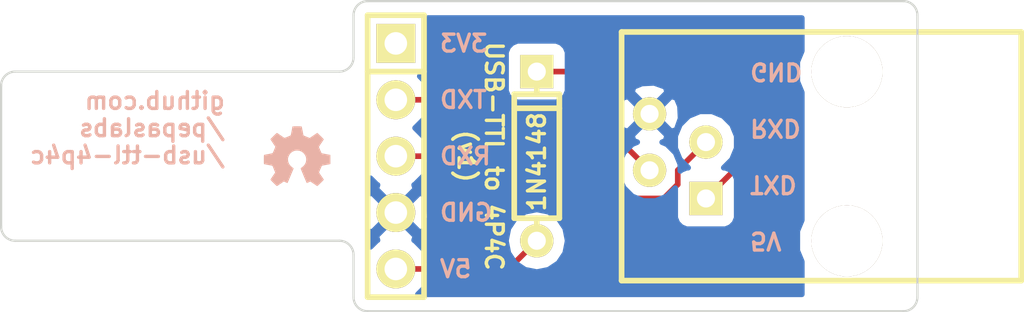
<source format=kicad_pcb>
(kicad_pcb (version 3) (host pcbnew "(22-Jun-2014 BZR 4027)-stable")

  (general
    (links 5)
    (no_connects 0)
    (area 156.159999 104.089999 202.541001 118.160001)
    (thickness 1.6)
    (drawings 27)
    (tracks 16)
    (zones 0)
    (modules 4)
    (nets 6)
  )

  (page A3)
  (layers
    (15 F.Cu signal)
    (2 Inner2.Cu signal)
    (1 Inner1.Cu signal)
    (0 B.Cu signal)
    (16 B.Adhes user)
    (17 F.Adhes user)
    (18 B.Paste user)
    (19 F.Paste user)
    (20 B.SilkS user)
    (21 F.SilkS user)
    (22 B.Mask user)
    (23 F.Mask user)
    (24 Dwgs.User user)
    (25 Cmts.User user)
    (26 Eco1.User user)
    (27 Eco2.User user)
    (28 Edge.Cuts user)
  )

  (setup
    (last_trace_width 0.254)
    (user_trace_width 0.254)
    (user_trace_width 0.508)
    (user_trace_width 0.762)
    (user_trace_width 1.016)
    (trace_clearance 0.254)
    (zone_clearance 0.508)
    (zone_45_only no)
    (trace_min 0.254)
    (segment_width 0.2)
    (edge_width 0.1)
    (via_size 0.889)
    (via_drill 0.635)
    (via_min_size 0.889)
    (via_min_drill 0.508)
    (uvia_size 0.508)
    (uvia_drill 0.127)
    (uvias_allowed no)
    (uvia_min_size 0.508)
    (uvia_min_drill 0.127)
    (pcb_text_width 0.3)
    (pcb_text_size 1.5 1.5)
    (mod_edge_width 0.254)
    (mod_text_size 1 1)
    (mod_text_width 0.15)
    (pad_size 0.8128 0.8128)
    (pad_drill 0.4064)
    (pad_to_mask_clearance 0)
    (aux_axis_origin 0 0)
    (visible_elements 7FFFFFFF)
    (pcbplotparams
      (layerselection 284196865)
      (usegerberextensions true)
      (excludeedgelayer true)
      (linewidth 0.150000)
      (plotframeref false)
      (viasonmask false)
      (mode 1)
      (useauxorigin false)
      (hpglpennumber 1)
      (hpglpenspeed 20)
      (hpglpendiameter 15)
      (hpglpenoverlay 2)
      (psnegative false)
      (psa4output false)
      (plotreference true)
      (plotvalue true)
      (plotothertext true)
      (plotinvisibletext false)
      (padsonsilk false)
      (subtractmaskfromsilk false)
      (outputformat 1)
      (mirror false)
      (drillshape 0)
      (scaleselection 1)
      (outputdirectory gerbers))
  )

  (net 0 "")
  (net 1 5V)
  (net 2 GND)
  (net 3 N-000006)
  (net 4 RXD)
  (net 5 TXD)

  (net_class Default "This is the default net class."
    (clearance 0.254)
    (trace_width 0.254)
    (via_dia 0.889)
    (via_drill 0.635)
    (uvia_dia 0.508)
    (uvia_drill 0.127)
    (add_net "")
    (add_net 5V)
    (add_net GND)
    (add_net N-000006)
    (add_net RXD)
    (add_net TXD)
  )

  (module SIL-5 (layer F.Cu) (tedit 5A6DDA2A) (tstamp 5AC4725F)
    (at 173.99 108.585 270)
    (descr "Connecteurs 1 pin")
    (tags "CONN DEV")
    (path /5AC4711A)
    (fp_text reference P1 (at 1.27 2.54 270) (layer F.SilkS) hide
      (effects (font (size 0.762 0.762) (thickness 0.1524)))
    )
    (fp_text value CONN_5X1 (at 1.27 -2.54 270) (layer F.SilkS) hide
      (effects (font (size 0.762 0.762) (thickness 0.1524)))
    )
    (fp_line (start -3.81 1.27) (end 8.89 1.27) (layer F.SilkS) (width 0.254))
    (fp_line (start -3.81 -1.27) (end 8.89 -1.27) (layer F.SilkS) (width 0.254))
    (fp_line (start -1.27 -1.27) (end -1.27 1.27) (layer F.SilkS) (width 0.254))
    (fp_line (start 8.89 -1.27) (end 8.89 1.27) (layer F.SilkS) (width 0.254))
    (fp_line (start -3.81 1.27) (end -3.81 -1.27) (layer F.SilkS) (width 0.254))
    (pad 1 thru_hole rect (at -2.54 0 270) (size 1.7526 1.7526) (drill 1.016)
      (layers *.Cu *.Mask F.SilkS)
    )
    (pad 2 thru_hole circle (at 0 0 270) (size 1.7526 1.7526) (drill 1.016)
      (layers *.Cu *.Mask F.SilkS)
      (net 5 TXD)
    )
    (pad 3 thru_hole circle (at 2.54 0 270) (size 1.7526 1.7526) (drill 1.016)
      (layers *.Cu *.Mask F.SilkS)
      (net 4 RXD)
    )
    (pad 4 thru_hole circle (at 5.08 0 270) (size 1.7526 1.7526) (drill 1.016)
      (layers *.Cu *.Mask F.SilkS)
      (net 2 GND)
    )
    (pad 5 thru_hole circle (at 7.62 0 270) (size 1.7526 1.7526) (drill 1.016)
      (layers *.Cu *.Mask F.SilkS)
      (net 1 5V)
    )
  )

  (module A-2004-3-4-LP-N-R_059A (layer F.Cu) (tedit 5AC56D78) (tstamp 5AC4726E)
    (at 187.96 113.03 90)
    (path /5AC4710B)
    (fp_text reference J1 (at 1.905 6.35 90) (layer F.SilkS) hide
      (effects (font (size 1.016 1.016) (thickness 0.2032)))
    )
    (fp_text value 4P4C (at 1.905 -4.572 90) (layer F.SilkS) hide
      (effects (font (size 0.762 0.762) (thickness 0.1524)))
    )
    (fp_text user 4P4C (at 1.905 4.445 90) (layer F.SilkS) hide
      (effects (font (size 1.016 1.016) (thickness 0.2032)))
    )
    (fp_line (start -3.7 -3.8) (end -3.7 14.2) (layer F.SilkS) (width 0.254))
    (fp_line (start 7.5 -3.8) (end 7.5 14.2) (layer F.SilkS) (width 0.254))
    (fp_line (start -3.7 -3.8) (end 7.5 -3.8) (layer F.SilkS) (width 0.254))
    (fp_line (start -3.7 14.2) (end 7.5 14.2) (layer F.SilkS) (width 0.254))
    (pad 2 thru_hole circle (at 1.27 -2.54 90) (size 1.4986 1.4986) (drill 0.8128)
      (layers *.Cu *.Mask F.SilkS)
      (net 5 TXD)
    )
    (pad 4 thru_hole circle (at 3.81 -2.54 90) (size 1.4986 1.4986) (drill 0.8128)
      (layers *.Cu *.Mask F.SilkS)
      (net 2 GND)
    )
    (pad 1 thru_hole rect (at 0 0 90) (size 1.4986 1.4986) (drill 0.8128)
      (layers *.Cu *.Mask F.SilkS)
      (net 3 N-000006)
    )
    (pad 3 thru_hole circle (at 2.54 0 90) (size 1.4986 1.4986) (drill 0.8128)
      (layers *.Cu *.Mask F.SilkS)
      (net 4 RXD)
    )
    (pad "" thru_hole circle (at 5.71 6.35 90) (size 3.2 3.2) (drill 3.2)
      (layers *.Cu *.Mask F.SilkS)
    )
    (pad "" thru_hole circle (at -1.91 6.35 90) (size 3.2 3.2) (drill 3.2)
      (layers *.Cu *.Mask F.SilkS)
    )
  )

  (module OSHW-logo_silkscreen-back_3mm (layer F.Cu) (tedit 0) (tstamp 5AC486DE)
    (at 169.545 111.125)
    (fp_text reference G*** (at 0 1.59004) (layer B.SilkS) hide
      (effects (font (size 0.13462 0.13462) (thickness 0.0254)))
    )
    (fp_text value OSHW-logo_silkscreen-back_3mm (at 0 -1.59004) (layer B.SilkS) hide
      (effects (font (size 0.13462 0.13462) (thickness 0.0254)))
    )
    (fp_poly (pts (xy 0.90932 1.3462) (xy 0.89154 1.33858) (xy 0.85852 1.31572) (xy 0.80772 1.2827)
      (xy 0.7493 1.2446) (xy 0.68834 1.20396) (xy 0.64008 1.17094) (xy 0.60452 1.14808)
      (xy 0.59182 1.14046) (xy 0.5842 1.143) (xy 0.55626 1.15824) (xy 0.51562 1.17856)
      (xy 0.49022 1.19126) (xy 0.45212 1.2065) (xy 0.43434 1.21158) (xy 0.4318 1.2065)
      (xy 0.41656 1.17602) (xy 0.39624 1.12776) (xy 0.3683 1.06172) (xy 0.33528 0.98552)
      (xy 0.29972 0.90424) (xy 0.2667 0.82042) (xy 0.23368 0.74168) (xy 0.2032 0.66802)
      (xy 0.18034 0.6096) (xy 0.1651 0.56896) (xy 0.15748 0.55118) (xy 0.16002 0.54864)
      (xy 0.1778 0.53086) (xy 0.21082 0.50546) (xy 0.28194 0.44704) (xy 0.35306 0.36068)
      (xy 0.39624 0.26162) (xy 0.40894 0.14986) (xy 0.39878 0.04826) (xy 0.35814 -0.04826)
      (xy 0.28956 -0.13716) (xy 0.20574 -0.2032) (xy 0.10922 -0.24384) (xy 0 -0.25654)
      (xy -0.10414 -0.24638) (xy -0.2032 -0.20574) (xy -0.2921 -0.1397) (xy -0.3302 -0.09652)
      (xy -0.381 -0.00508) (xy -0.41148 0.0889) (xy -0.41402 0.11176) (xy -0.40894 0.21844)
      (xy -0.37846 0.32004) (xy -0.32258 0.40894) (xy -0.24638 0.4826) (xy -0.23622 0.49022)
      (xy -0.20066 0.51816) (xy -0.17526 0.53594) (xy -0.15748 0.55118) (xy -0.2921 0.87376)
      (xy -0.31242 0.92456) (xy -0.35052 1.01346) (xy -0.381 1.08966) (xy -0.40894 1.15062)
      (xy -0.42672 1.19126) (xy -0.43434 1.2065) (xy -0.43434 1.2065) (xy -0.44704 1.20904)
      (xy -0.4699 1.20142) (xy -0.51562 1.17856) (xy -0.5461 1.16332) (xy -0.57912 1.14808)
      (xy -0.59436 1.14046) (xy -0.6096 1.14808) (xy -0.64262 1.1684) (xy -0.68834 1.20142)
      (xy -0.74676 1.23952) (xy -0.80264 1.27762) (xy -0.85344 1.31064) (xy -0.889 1.33604)
      (xy -0.90678 1.34366) (xy -0.90932 1.34366) (xy -0.9271 1.33604) (xy -0.95504 1.31064)
      (xy -0.99822 1.27) (xy -1.06172 1.20904) (xy -1.07188 1.19888) (xy -1.12268 1.14808)
      (xy -1.16332 1.10236) (xy -1.19126 1.07188) (xy -1.20142 1.05918) (xy -1.20142 1.05918)
      (xy -1.19126 1.0414) (xy -1.1684 1.0033) (xy -1.13538 0.9525) (xy -1.09474 0.89154)
      (xy -0.98806 0.7366) (xy -1.04648 0.59182) (xy -1.06426 0.5461) (xy -1.08712 0.49022)
      (xy -1.1049 0.45212) (xy -1.11252 0.43434) (xy -1.1303 0.42926) (xy -1.1684 0.4191)
      (xy -1.22682 0.40894) (xy -1.29794 0.39624) (xy -1.36398 0.38354) (xy -1.4224 0.37084)
      (xy -1.46558 0.36322) (xy -1.4859 0.36068) (xy -1.49098 0.3556) (xy -1.49352 0.34798)
      (xy -1.49606 0.32766) (xy -1.4986 0.28956) (xy -1.4986 0.23368) (xy -1.4986 0.14986)
      (xy -1.4986 0.14224) (xy -1.4986 0.0635) (xy -1.49606 0) (xy -1.49352 -0.0381)
      (xy -1.49098 -0.05588) (xy -1.49098 -0.05588) (xy -1.4732 -0.06096) (xy -1.43002 -0.06858)
      (xy -1.3716 -0.08128) (xy -1.30048 -0.09398) (xy -1.2954 -0.09398) (xy -1.22428 -0.10922)
      (xy -1.16586 -0.12192) (xy -1.12268 -0.12954) (xy -1.1049 -0.13716) (xy -1.10236 -0.14224)
      (xy -1.08712 -0.17018) (xy -1.0668 -0.21336) (xy -1.04394 -0.2667) (xy -1.02108 -0.32258)
      (xy -1.00076 -0.37338) (xy -0.98806 -0.40894) (xy -0.98298 -0.42672) (xy -0.98298 -0.42672)
      (xy -0.99314 -0.4445) (xy -1.01854 -0.48006) (xy -1.0541 -0.53086) (xy -1.09474 -0.59182)
      (xy -1.09728 -0.5969) (xy -1.13792 -0.65786) (xy -1.17094 -0.70866) (xy -1.1938 -0.74422)
      (xy -1.20142 -0.75946) (xy -1.20142 -0.762) (xy -1.18872 -0.77978) (xy -1.15824 -0.8128)
      (xy -1.11252 -0.85852) (xy -1.06172 -0.91186) (xy -1.04394 -0.9271) (xy -0.98552 -0.98552)
      (xy -0.94488 -1.02108) (xy -0.91948 -1.0414) (xy -0.90932 -1.04648) (xy -0.90678 -1.04648)
      (xy -0.889 -1.03632) (xy -0.8509 -1.01092) (xy -0.8001 -0.97536) (xy -0.73914 -0.93472)
      (xy -0.7366 -0.93218) (xy -0.67564 -0.89154) (xy -0.62484 -0.85598) (xy -0.58928 -0.83312)
      (xy -0.57404 -0.8255) (xy -0.5715 -0.8255) (xy -0.54864 -0.83058) (xy -0.50546 -0.84582)
      (xy -0.45212 -0.86614) (xy -0.39624 -0.889) (xy -0.34544 -0.90932) (xy -0.30988 -0.9271)
      (xy -0.2921 -0.93726) (xy -0.28956 -0.93726) (xy -0.28448 -0.96012) (xy -0.27432 -1.00584)
      (xy -0.26162 -1.0668) (xy -0.24638 -1.14046) (xy -0.24384 -1.15062) (xy -0.23114 -1.22428)
      (xy -0.22098 -1.2827) (xy -0.21082 -1.32334) (xy -0.20828 -1.34112) (xy -0.19812 -1.34112)
      (xy -0.16256 -1.34366) (xy -0.10922 -1.3462) (xy -0.04318 -1.3462) (xy 0.02286 -1.3462)
      (xy 0.0889 -1.3462) (xy 0.14478 -1.34366) (xy 0.18542 -1.34112) (xy 0.2032 -1.33604)
      (xy 0.2032 -1.33604) (xy 0.20828 -1.31318) (xy 0.21844 -1.27) (xy 0.23114 -1.2065)
      (xy 0.24638 -1.13284) (xy 0.24892 -1.12014) (xy 0.26162 -1.04902) (xy 0.27432 -0.9906)
      (xy 0.28194 -0.94996) (xy 0.28702 -0.93472) (xy 0.2921 -0.93218) (xy 0.32258 -0.91694)
      (xy 0.37084 -0.89916) (xy 0.42926 -0.87376) (xy 0.56642 -0.81788) (xy 0.73406 -0.93472)
      (xy 0.7493 -0.94488) (xy 0.81026 -0.98552) (xy 0.86106 -1.01854) (xy 0.89662 -1.0414)
      (xy 0.90932 -1.04902) (xy 0.91186 -1.04902) (xy 0.9271 -1.03378) (xy 0.96012 -1.0033)
      (xy 1.00584 -0.95758) (xy 1.05918 -0.90678) (xy 1.09982 -0.86614) (xy 1.14554 -0.82042)
      (xy 1.17348 -0.7874) (xy 1.19126 -0.76708) (xy 1.19634 -0.75438) (xy 1.1938 -0.74676)
      (xy 1.18364 -0.72898) (xy 1.15824 -0.69342) (xy 1.12522 -0.64008) (xy 1.08458 -0.58166)
      (xy 1.04902 -0.53086) (xy 1.01346 -0.47498) (xy 0.9906 -0.43434) (xy 0.98044 -0.41656)
      (xy 0.98298 -0.4064) (xy 0.99568 -0.37338) (xy 1.016 -0.32512) (xy 1.0414 -0.26416)
      (xy 1.09982 -0.13208) (xy 1.18618 -0.1143) (xy 1.23952 -0.10414) (xy 1.31318 -0.09144)
      (xy 1.3843 -0.0762) (xy 1.49606 -0.05588) (xy 1.4986 0.34798) (xy 1.48082 0.3556)
      (xy 1.46558 0.36068) (xy 1.42494 0.37084) (xy 1.36652 0.381) (xy 1.29794 0.3937)
      (xy 1.23698 0.4064) (xy 1.17856 0.41656) (xy 1.13538 0.42418) (xy 1.1176 0.42926)
      (xy 1.11252 0.43434) (xy 1.09728 0.46482) (xy 1.07696 0.51054) (xy 1.0541 0.56388)
      (xy 1.0287 0.6223) (xy 1.00838 0.6731) (xy 0.99314 0.71374) (xy 0.98806 0.73406)
      (xy 0.99568 0.7493) (xy 1.01854 0.78486) (xy 1.05156 0.83566) (xy 1.0922 0.89408)
      (xy 1.13284 0.9525) (xy 1.16586 1.0033) (xy 1.19126 1.03886) (xy 1.19888 1.05664)
      (xy 1.1938 1.0668) (xy 1.17094 1.09474) (xy 1.12776 1.14046) (xy 1.06172 1.2065)
      (xy 1.04902 1.21666) (xy 0.99822 1.26746) (xy 0.9525 1.3081) (xy 0.92202 1.33604)
      (xy 0.90932 1.3462)) (layer B.SilkS) (width 0.00254))
  )

  (module DIODE_SS_059A_03_PL (layer F.Cu) (tedit 5AC56E0A) (tstamp 5AC56DB0)
    (at 180.34 111.125 90)
    (descr "Small-signal diode, 0.3\"")
    (tags "DIODE DEV")
    (path /5AC56D03)
    (fp_text reference D1 (at 0 -1.651 90) (layer F.SilkS) hide
      (effects (font (size 0.762 0.762) (thickness 0.1524)))
    )
    (fp_text value 1N4148 (at -0.254 0 90) (layer F.SilkS)
      (effects (font (size 0.762 0.762) (thickness 0.1524)))
    )
    (fp_line (start -2.794 0) (end -3.81 0) (layer F.SilkS) (width 0.254))
    (fp_line (start 2.794 0) (end 3.81 0) (layer F.SilkS) (width 0.254))
    (fp_line (start -2.794 1.016) (end 2.794 1.016) (layer F.SilkS) (width 0.254))
    (fp_line (start 2.794 -1.016) (end -2.794 -1.016) (layer F.SilkS) (width 0.254))
    (fp_line (start 2.159 -1.016) (end 2.159 1.016) (layer F.SilkS) (width 0.254))
    (fp_line (start 2.794 0) (end 2.794 -1.016) (layer F.SilkS) (width 0.254))
    (fp_line (start -2.794 -1.016) (end -2.794 0) (layer F.SilkS) (width 0.254))
    (fp_line (start -2.794 0) (end -2.794 1.016) (layer F.SilkS) (width 0.254))
    (fp_line (start 2.794 1.016) (end 2.794 0) (layer F.SilkS) (width 0.254))
    (pad 2 thru_hole rect (at 3.81 0 90) (size 1.4986 1.4986) (drill 0.8128)
      (layers *.Cu *.Mask F.SilkS)
      (net 3 N-000006)
    )
    (pad 1 thru_hole oval (at -3.81 0 90) (size 1.4986 1.4986) (drill 0.8128)
      (layers *.Cu *.Mask F.SilkS)
      (net 1 5V)
    )
    (model discret/diode.wrl
      (at (xyz 0 0 0))
      (scale (xyz 0.3 0.3 0.3))
      (rotate (xyz 0 0 0))
    )
  )

  (gr_text "USB-TTL to 4P4C\n(v1)" (at 177.8 111.125 270) (layer F.SilkS)
    (effects (font (size 0.762 0.762) (thickness 0.1524)))
  )
  (gr_line (start 172.72 104.14) (end 196.85 104.14) (angle 90) (layer Edge.Cuts) (width 0.1))
  (gr_line (start 196.85 118.11) (end 172.72 118.11) (angle 90) (layer Edge.Cuts) (width 0.1))
  (gr_text "github.com\n/pepaslabs\n/usb-ttl-4p4c" (at 166.37 109.855) (layer B.SilkS)
    (effects (font (size 0.762 0.762) (thickness 0.1524)) (justify left mirror))
  )
  (gr_text GND (at 189.865 107.315 180) (layer B.SilkS)
    (effects (font (size 0.762 0.762) (thickness 0.1524)) (justify left mirror))
  )
  (gr_text RXD (at 189.865 109.855 180) (layer B.SilkS)
    (effects (font (size 0.762 0.762) (thickness 0.1524)) (justify left mirror))
  )
  (gr_text TXD (at 189.865 112.395 180) (layer B.SilkS)
    (effects (font (size 0.762 0.762) (thickness 0.1524)) (justify left mirror))
  )
  (gr_text 5V (at 189.865 114.935 180) (layer B.SilkS)
    (effects (font (size 0.762 0.762) (thickness 0.1524)) (justify left mirror))
  )
  (gr_line (start 197.485 104.775) (end 197.485 117.475) (angle 90) (layer Edge.Cuts) (width 0.1))
  (gr_line (start 156.845 114.935) (end 171.45 114.935) (angle 90) (layer Edge.Cuts) (width 0.1))
  (gr_line (start 156.21 107.95) (end 156.21 114.3) (angle 90) (layer Edge.Cuts) (width 0.1))
  (gr_line (start 171.45 107.315) (end 156.845 107.315) (angle 90) (layer Edge.Cuts) (width 0.1))
  (gr_line (start 172.085 104.775) (end 172.085 106.68) (angle 90) (layer Edge.Cuts) (width 0.1))
  (gr_line (start 172.085 115.57) (end 172.085 117.475) (angle 90) (layer Edge.Cuts) (width 0.1))
  (gr_arc (start 171.45 106.68) (end 172.085 106.68) (angle 90) (layer Edge.Cuts) (width 0.1))
  (gr_arc (start 156.845 107.95) (end 156.21 107.95) (angle 90) (layer Edge.Cuts) (width 0.1))
  (gr_arc (start 156.845 114.3) (end 156.845 114.935) (angle 90) (layer Edge.Cuts) (width 0.1))
  (gr_arc (start 171.45 115.57) (end 171.45 114.935) (angle 90) (layer Edge.Cuts) (width 0.1))
  (gr_arc (start 172.72 117.475) (end 172.72 118.11) (angle 90) (layer Edge.Cuts) (width 0.1))
  (gr_arc (start 196.85 117.475) (end 197.485 117.475) (angle 90) (layer Edge.Cuts) (width 0.1))
  (gr_arc (start 196.85 104.775) (end 196.85 104.14) (angle 90) (layer Edge.Cuts) (width 0.1))
  (gr_arc (start 172.72 104.775) (end 172.085 104.775) (angle 90) (layer Edge.Cuts) (width 0.1))
  (gr_text 5V (at 175.895 116.205) (layer B.SilkS)
    (effects (font (size 0.762 0.762) (thickness 0.1524)) (justify right mirror))
  )
  (gr_text GND (at 175.895 113.665) (layer B.SilkS)
    (effects (font (size 0.762 0.762) (thickness 0.1524)) (justify right mirror))
  )
  (gr_text RXD (at 175.895 111.125) (layer B.SilkS)
    (effects (font (size 0.762 0.762) (thickness 0.1524)) (justify right mirror))
  )
  (gr_text TXD (at 175.895 108.585) (layer B.SilkS)
    (effects (font (size 0.762 0.762) (thickness 0.1524)) (justify right mirror))
  )
  (gr_text 3V3 (at 175.895 106.045) (layer B.SilkS)
    (effects (font (size 0.762 0.762) (thickness 0.1524)) (justify right mirror))
  )

  (segment (start 173.99 116.205) (end 179.07 116.205) (width 0.254) (layer F.Cu) (net 1))
  (segment (start 179.07 116.205) (end 180.34 114.935) (width 0.254) (layer F.Cu) (net 1) (tstamp 5AC56DD8))
  (segment (start 180.34 107.315) (end 187.96 107.315) (width 0.254) (layer F.Cu) (net 3))
  (segment (start 189.865 111.125) (end 187.96 113.03) (width 0.254) (layer F.Cu) (net 3) (tstamp 5AC56DE1))
  (segment (start 189.865 109.22) (end 189.865 111.125) (width 0.254) (layer F.Cu) (net 3) (tstamp 5AC56DDF))
  (segment (start 187.96 107.315) (end 189.865 109.22) (width 0.254) (layer F.Cu) (net 3) (tstamp 5AC56DDD))
  (segment (start 173.99 111.125) (end 180.975 111.125) (width 0.254) (layer F.Cu) (net 4))
  (segment (start 186.69 111.76) (end 187.96 110.49) (width 0.254) (layer F.Cu) (net 4) (tstamp 5AC484ED))
  (segment (start 186.69 112.395) (end 186.69 111.76) (width 0.254) (layer F.Cu) (net 4) (tstamp 5AC484EC))
  (segment (start 186.055 113.03) (end 186.69 112.395) (width 0.254) (layer F.Cu) (net 4) (tstamp 5AC484EB))
  (segment (start 182.88 113.03) (end 186.055 113.03) (width 0.254) (layer F.Cu) (net 4) (tstamp 5AC484E9))
  (segment (start 180.975 111.125) (end 182.88 113.03) (width 0.254) (layer F.Cu) (net 4) (tstamp 5AC484E7))
  (segment (start 173.99 108.585) (end 177.8 108.585) (width 0.254) (layer F.Cu) (net 5) (status 400000))
  (segment (start 183.515 109.855) (end 185.42 111.76) (width 0.254) (layer F.Cu) (net 5) (tstamp 5AC574E9) (status 800000))
  (segment (start 179.07 109.855) (end 183.515 109.855) (width 0.254) (layer F.Cu) (net 5) (tstamp 5AC574E5))
  (segment (start 177.8 108.585) (end 179.07 109.855) (width 0.254) (layer F.Cu) (net 5) (tstamp 5AC574D7))

  (zone (net 2) (net_name GND) (layer B.Cu) (tstamp 5AC47BD2) (hatch edge 0.508)
    (connect_pads (clearance 0.508))
    (min_thickness 0.254)
    (fill (arc_segments 16) (thermal_gap 0.508) (thermal_bridge_width 0.508))
    (polygon
      (pts
        (xy 192.405 117.475) (xy 172.72 117.475) (xy 172.72 104.775) (xy 192.405 104.775)
      )
    )
    (filled_polygon
      (pts
        (xy 192.278 117.348) (xy 189.34454 117.348) (xy 189.34454 110.215854) (xy 189.134237 109.706881) (xy 188.745167 109.317132)
        (xy 188.236562 109.105941) (xy 187.685854 109.10546) (xy 187.176881 109.315763) (xy 186.816502 109.675514) (xy 186.816502 109.424662)
        (xy 186.78852 108.874665) (xy 186.631878 108.496499) (xy 186.39101 108.428595) (xy 186.211405 108.6082) (xy 186.211405 108.24899)
        (xy 186.143501 108.008122) (xy 185.624662 107.823498) (xy 185.074665 107.85148) (xy 184.696499 108.008122) (xy 184.628595 108.24899)
        (xy 185.42 109.040395) (xy 186.211405 108.24899) (xy 186.211405 108.6082) (xy 185.599605 109.22) (xy 186.39101 110.011405)
        (xy 186.631878 109.943501) (xy 186.816502 109.424662) (xy 186.816502 109.675514) (xy 186.787132 109.704833) (xy 186.575941 110.213438)
        (xy 186.57546 110.764146) (xy 186.785763 111.273119) (xy 187.157585 111.64559) (xy 187.084945 111.64559) (xy 186.851471 111.742059)
        (xy 186.804275 111.789172) (xy 186.80454 111.485854) (xy 186.594237 110.976881) (xy 186.205167 110.587132) (xy 185.987195 110.496622)
        (xy 186.143501 110.431878) (xy 186.211405 110.19101) (xy 185.42 109.399605) (xy 185.240395 109.57921) (xy 185.240395 109.22)
        (xy 184.44899 108.428595) (xy 184.208122 108.496499) (xy 184.023498 109.015338) (xy 184.05148 109.565335) (xy 184.208122 109.943501)
        (xy 184.44899 110.011405) (xy 185.240395 109.22) (xy 185.240395 109.57921) (xy 184.628595 110.19101) (xy 184.696499 110.431878)
        (xy 184.864569 110.491684) (xy 184.636881 110.585763) (xy 184.247132 110.974833) (xy 184.035941 111.483438) (xy 184.03546 112.034146)
        (xy 184.245763 112.543119) (xy 184.634833 112.932868) (xy 185.143438 113.144059) (xy 185.694146 113.14454) (xy 186.203119 112.934237)
        (xy 186.57559 112.562414) (xy 186.57559 113.905055) (xy 186.672059 114.138529) (xy 186.850532 114.317313) (xy 187.083836 114.414189)
        (xy 187.336455 114.41441) (xy 188.835055 114.41441) (xy 189.068529 114.317941) (xy 189.247313 114.139468) (xy 189.344189 113.906164)
        (xy 189.34441 113.653545) (xy 189.34441 112.154945) (xy 189.247941 111.921471) (xy 189.069468 111.742687) (xy 188.836164 111.645811)
        (xy 188.761642 111.645745) (xy 189.132868 111.275167) (xy 189.344059 110.766562) (xy 189.34454 110.215854) (xy 189.34454 117.348)
        (xy 181.72441 117.348) (xy 181.72441 107.938545) (xy 181.72441 106.439945) (xy 181.627941 106.206471) (xy 181.449468 106.027687)
        (xy 181.216164 105.930811) (xy 180.963545 105.93059) (xy 179.464945 105.93059) (xy 179.231471 106.027059) (xy 179.052687 106.205532)
        (xy 178.955811 106.438836) (xy 178.95559 106.691455) (xy 178.95559 108.190055) (xy 179.052059 108.423529) (xy 179.230532 108.602313)
        (xy 179.463836 108.699189) (xy 179.716455 108.69941) (xy 181.215055 108.69941) (xy 181.448529 108.602941) (xy 181.627313 108.424468)
        (xy 181.724189 108.191164) (xy 181.72441 107.938545) (xy 181.72441 117.348) (xy 181.7243 117.348) (xy 181.7243 114.96212)
        (xy 181.7243 114.90788) (xy 181.618926 114.378131) (xy 181.318848 113.929032) (xy 180.869749 113.628954) (xy 180.34 113.52358)
        (xy 179.810251 113.628954) (xy 179.361152 113.929032) (xy 179.061074 114.378131) (xy 178.9557 114.90788) (xy 178.9557 114.96212)
        (xy 179.061074 115.491869) (xy 179.361152 115.940968) (xy 179.810251 116.241046) (xy 180.34 116.34642) (xy 180.869749 116.241046)
        (xy 181.318848 115.940968) (xy 181.618926 115.491869) (xy 181.7243 114.96212) (xy 181.7243 117.348) (xy 175.512882 117.348)
        (xy 175.512882 113.900003) (xy 175.486891 113.299332) (xy 175.307027 112.865104) (xy 175.053001 112.781604) (xy 174.169605 113.665)
        (xy 175.053001 114.548396) (xy 175.307027 114.464896) (xy 175.512882 113.900003) (xy 175.512882 117.348) (xy 174.984171 117.348)
        (xy 175.270471 117.0622) (xy 175.501037 116.506935) (xy 175.501562 115.905703) (xy 175.271965 115.350036) (xy 174.8472 114.924529)
        (xy 174.813408 114.910497) (xy 174.873396 114.728001) (xy 173.99 113.844605) (xy 173.106604 114.728001) (xy 173.166446 114.910056)
        (xy 173.135036 114.923035) (xy 172.847 115.210568) (xy 172.847 114.522099) (xy 172.926999 114.548396) (xy 173.810395 113.665)
        (xy 172.926999 112.781604) (xy 172.847 112.8079) (xy 172.847 112.119171) (xy 173.1328 112.405471) (xy 173.166591 112.419502)
        (xy 173.106604 112.601999) (xy 173.99 113.485395) (xy 174.873396 112.601999) (xy 174.813553 112.419943) (xy 174.844964 112.406965)
        (xy 175.270471 111.9822) (xy 175.501037 111.426935) (xy 175.501562 110.825703) (xy 175.271965 110.270036) (xy 174.857301 109.854648)
        (xy 175.270471 109.4422) (xy 175.501037 108.886935) (xy 175.501562 108.285703) (xy 175.271965 107.730036) (xy 175.067516 107.52523)
        (xy 175.225529 107.459941) (xy 175.404313 107.281468) (xy 175.501189 107.048164) (xy 175.50141 106.795545) (xy 175.50141 105.042945)
        (xy 175.443173 104.902) (xy 192.278 104.902) (xy 192.278 106.385538) (xy 192.075389 106.873481) (xy 192.074613 107.762619)
        (xy 192.278 108.254852) (xy 192.278 114.005538) (xy 192.075389 114.493481) (xy 192.074613 115.382619) (xy 192.278 115.874852)
        (xy 192.278 117.348)
      )
    )
  )
)

</source>
